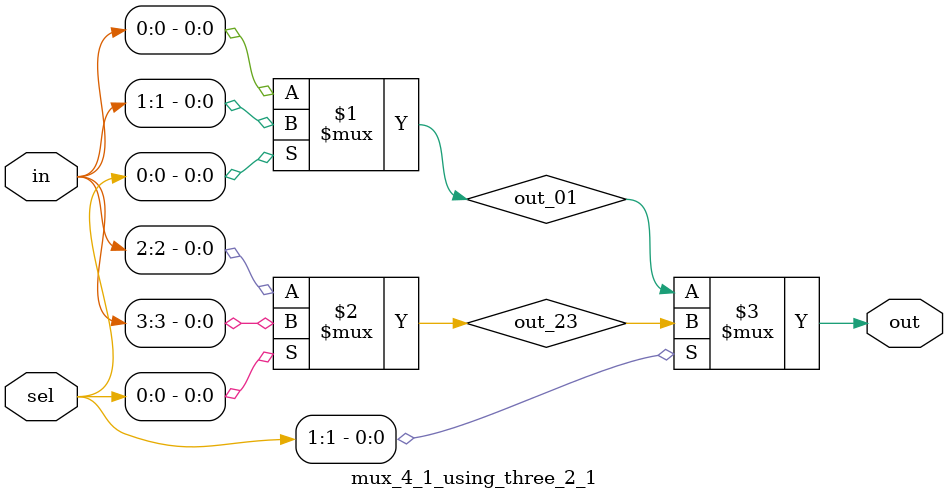
<source format=sv>
module mux_4_1_using_three_2_1
(
    input  [3:0] in,
    input  [1:0] sel,
    output       out
);

    logic out_01, out_23;

    assign out_01 = sel [0] ? in [1] : in [0];
    assign out_23 = sel [0] ? in [3] : in [2];
    assign out    = sel [1] ? out_23 : out_01;

endmodule

</source>
